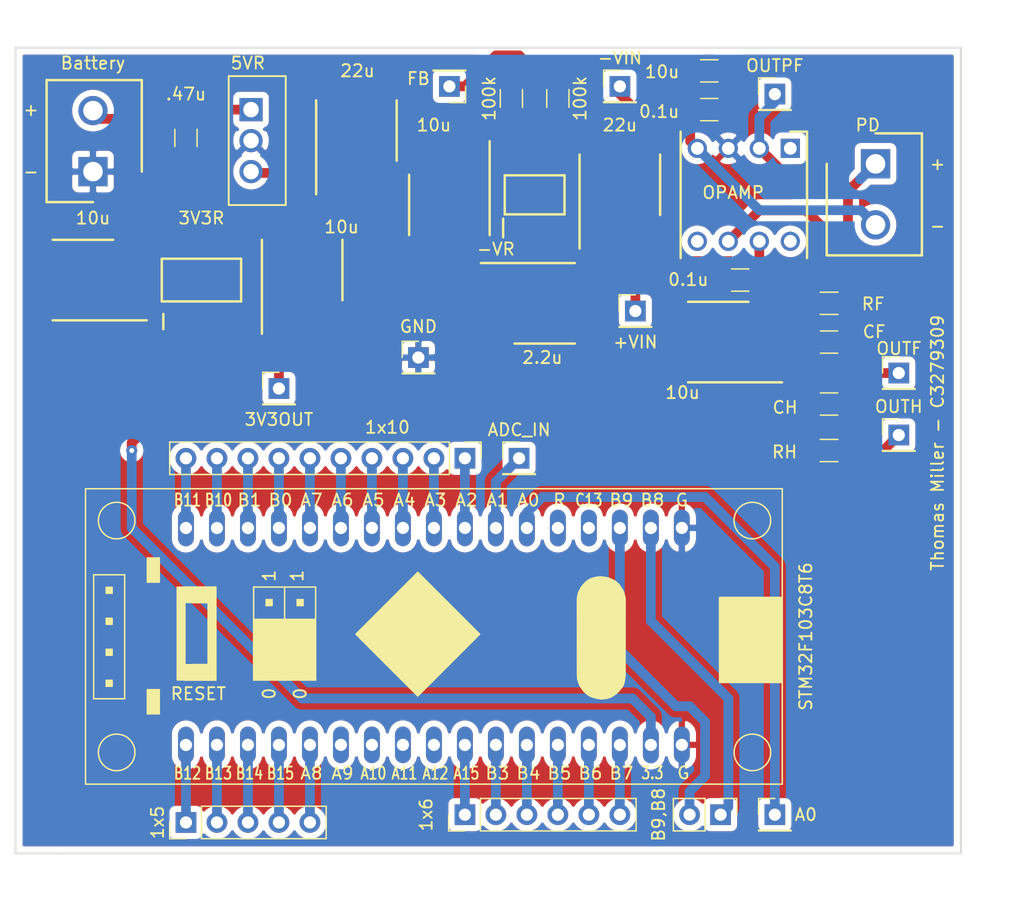
<source format=kicad_pcb>
(kicad_pcb (version 20171130) (host pcbnew "(5.1.7)-1")
  (layers (0 F.Cu signal) (31 B.Cu signal) (34 B.Paste user) (35 F.Paste user) (36 B.SilkS user) (37 F.SilkS user) (38 B.Mask user) (39 F.Mask user hide) (44 Edge.Cuts user))
  (net 0 "")
  (net 1 GND)
  (net 2 "Net-(.47u1-Pad2)")
  (net 3 "Net-(10u2-Pad1)")
  (net 4 "Net-(CF1-Pad2)")
  (net 5 "Net-(CF1-Pad1)")
  (net 6 "Net-(CH1-Pad1)")
  (net 7 "Net-(ADC_IN1-Pad1)")
  (net 8 "Net-(1x6-Pad1)")
  (net 9 "Net-(1x6-Pad2)")
  (net 10 "Net-(1x6-Pad3)")
  (net 11 "Net-(1x6-Pad4)")
  (net 12 "Net-(1x6-Pad5)")
  (net 13 "Net-(1x6-Pad6)")
  (net 14 "Net-(1x10-Pad1)")
  (net 15 "Net-(1x10-Pad2)")
  (net 16 "Net-(1x10-Pad3)")
  (net 17 "Net-(1x10-Pad4)")
  (net 18 "Net-(1x10-Pad5)")
  (net 19 "Net-(1x10-Pad6)")
  (net 20 "Net-(1x10-Pad7)")
  (net 21 "Net-(1x10-Pad8)")
  (net 22 "Net-(1x10-Pad9)")
  (net 23 "Net-(1x10-Pad10)")
  (net 24 "Net-(A0-Pad1)")
  (net 25 "Net-(B9,B8-Pad1)")
  (net 26 "Net-(B9,B8-Pad2)")
  (net 27 "Net-(1x5-Pad5)")
  (net 28 "Net-(1x5-Pad4)")
  (net 29 "Net-(1x5-Pad3)")
  (net 30 "Net-(1x5-Pad2)")
  (net 31 "Net-(1x5-Pad1)")
  (net 32 "Net-(+VIN1-Pad1)")
  (net 33 "Net-(-VIN1-Pad1)")
  (net 34 "Net-(100k1-Pad2)")
  (net 35 "Net-(2.2u1-Pad1)")
  (net 36 "Net-(2.2u1-Pad2)")
  (module SamacSys_Parts:SHDR2W100P0X500_1X2_1000X780X1030P (layer F.Cu) (at 168.275 48.895 270)
    (fp_text reference PD (at -3.175 0.635 180) (layer F.SilkS))
    (fp_text value TB003-500-P02BE hide)
    (pad 1 thru_hole rect (at 0 0 270) (size 2.4 2.4) (drill 1.6) (layers *.Cu *.Mask) (net 5 "Net-(CF1-Pad1)"))
    (pad 2 thru_hole circle (at 5 0 270) (size 2.4 2.4) (drill 1.6) (layers *.Cu *.Mask) (net 33 "Net-(-VIN1-Pad1)"))
  )
  (module Connector_PinHeader_2.54mm:PinHeader_1x05_P2.54mm_Vertical (layer F.Cu) (at 111.76 102.87 90)
    (fp_text reference 1x5 (at 0 -2.33 90) (layer F.SilkS))
    (fp_text value Conn_01x05_Male)
    (pad 1 thru_hole rect (at 0 0 90) (size 1.7 1.7) (drill 1) (layers *.Cu *.Mask) (net 31 "Net-(1x5-Pad1)"))
    (pad 2 thru_hole oval (at 0 2.54 90) (size 1.7 1.7) (drill 1) (layers *.Cu *.Mask) (net 30 "Net-(1x5-Pad2)"))
    (pad 3 thru_hole oval (at 0 5.08 90) (size 1.7 1.7) (drill 1) (layers *.Cu *.Mask) (net 29 "Net-(1x5-Pad3)"))
    (pad 4 thru_hole oval (at 0 7.62 90) (size 1.7 1.7) (drill 1) (layers *.Cu *.Mask) (net 28 "Net-(1x5-Pad4)"))
    (pad 5 thru_hole oval (at 0 10.16 90) (size 1.7 1.7) (drill 1) (layers *.Cu *.Mask) (net 27 "Net-(1x5-Pad5)"))
  )
  (module SamacSys_Parts:TO254P470X1016X2222-3P (layer F.Cu) (at 118.11 49.53 270)
    (fp_text reference 5VR (at -8.89 1.27 180) (layer F.SilkS))
    (fp_text value LM2940CT-5.0 hide)
    (pad 1 thru_hole rect (at -5.08 1.016 270) (size 1.905 1.905) (drill 1.27) (layers *.Cu *.Mask) (net 2 "Net-(.47u1-Pad2)"))
    (pad 2 thru_hole circle (at -2.54 1.016 270) (size 1.905 1.905) (drill 1.27) (layers *.Cu *.Mask) (net 1 GND))
    (pad 3 thru_hole circle (at 0 1.016 270) (size 1.905 1.905) (drill 1.27) (layers *.Cu *.Mask) (net 32 "Net-(+VIN1-Pad1)"))
  )
  (module "STM32 Black Pill:YAAJ_BlackPill" (layer F.Cu) (at 111.76 96.52)
    (fp_text reference STM32F103C8T6 (at 50.8 -8.89 270) (layer F.SilkS))
    (fp_text value BlackPill_1 hide)
    (fp_text user G (at 40.64 -20.066) (layer F.SilkS))
    (fp_text user R (at 30.607 -20.066) (layer F.SilkS))
    (fp_text user B11 (at 0.127 -20.066) (layer F.SilkS) (effects (font (size 1 0.762))))
    (fp_text user B10 (at 2.667 -20.066) (layer F.SilkS) (effects (font (size 1 0.762))))
    (fp_text user B1 (at 5.207 -20.066) (layer F.SilkS))
    (fp_text user B0 (at 7.747 -20.066) (layer F.SilkS))
    (fp_text user A7 (at 10.287 -20.066) (layer F.SilkS))
    (fp_text user A6 (at 12.827 -20.066) (layer F.SilkS))
    (fp_text user A5 (at 15.367 -20.066) (layer F.SilkS))
    (fp_text user A4 (at 17.907 -20.066) (layer F.SilkS))
    (fp_text user A3 (at 20.447 -20.066) (layer F.SilkS))
    (fp_text user A2 (at 22.987 -20.066) (layer F.SilkS))
    (fp_text user A1 (at 25.527 -20.066) (layer F.SilkS))
    (fp_text user A0 (at 28.067 -20.066) (layer F.SilkS))
    (fp_text user C13 (at 33.02 -20.066) (layer F.SilkS) (effects (font (size 1 0.762))))
    (fp_text user B12 (at 0.127 2.317) (layer F.SilkS) (effects (font (size 1 0.762))))
    (fp_text user B13 (at 2.667 2.317) (layer F.SilkS) (effects (font (size 1 0.762))))
    (fp_text user B14 (at 5.207 2.317) (layer F.SilkS) (effects (font (size 1 0.762))))
    (fp_text user B15 (at 7.747 2.317) (layer F.SilkS) (effects (font (size 1 0.762))))
    (fp_text user A8 (at 10.287 2.317) (layer F.SilkS))
    (fp_text user A9 (at 12.827 2.317) (layer F.SilkS))
    (fp_text user A10 (at 15.367 2.317) (layer F.SilkS) (effects (font (size 1 0.762))))
    (fp_text user A11 (at 17.907 2.317) (layer F.SilkS) (effects (font (size 1 0.762))))
    (fp_text user A12 (at 20.447 2.317) (layer F.SilkS) (effects (font (size 1 0.762))))
    (fp_text user A15 (at 22.987 2.317) (layer F.SilkS) (effects (font (size 1 0.762))))
    (fp_text user B3 (at 25.527 2.317) (layer F.SilkS))
    (fp_text user B4 (at 28.067 2.317) (layer F.SilkS))
    (fp_text user B5 (at 30.607 2.317) (layer F.SilkS))
    (fp_text user B6 (at 33.147 2.317) (layer F.SilkS))
    (fp_text user B7 (at 35.687 2.317) (layer F.SilkS))
    (fp_text user B8 (at 38.227 -20.066) (layer F.SilkS))
    (fp_text user B9 (at 35.687 -20.066) (layer F.SilkS))
    (fp_text user 3.3 (at 38.227 2.286) (layer F.SilkS) (effects (font (size 1 0.762))))
    (fp_text user G (at 40.767 2.286) (layer F.SilkS))
    (fp_text user 0 (at 6.824 -4.204 90) (layer F.SilkS))
    (fp_text user 0 (at 9.364 -4.204 90) (layer F.SilkS))
    (fp_text user 1 (at 6.824 -13.856 90) (layer F.SilkS))
    (fp_text user 1 (at 9.11 -13.856 90) (layer F.SilkS))
    (fp_text user RESET (at 1.016 -4.191) (layer F.SilkS))
    (pad 17 thru_hole oval (at 40.64 -0.00762) (size 1.3 3) (drill 1) (layers *.Cu *.Mask) (net 1 GND))
    (pad 18 thru_hole oval (at 40.64 -17.78762) (size 1.3 3) (drill 1) (layers *.Cu *.Mask) (net 1 GND))
    (pad 16 thru_hole oval (at 38.1 0) (size 1.3 3) (drill 1) (layers *.Cu *.Mask) (net 3 "Net-(10u2-Pad1)"))
    (pad 19 thru_hole oval (at 38.1 -17.78) (size 1.3 3) (drill 1) (layers *.Cu *.Mask) (net 25 "Net-(B9,B8-Pad1)"))
    (pad 15 thru_hole oval (at 35.56 0) (size 1.3 3) (drill 1) (layers *.Cu *.Mask) (net 13 "Net-(1x6-Pad6)"))
    (pad 20 thru_hole oval (at 35.56 -17.78) (size 1.3 3) (drill 1) (layers *.Cu *.Mask) (net 26 "Net-(B9,B8-Pad2)"))
    (pad 14 thru_hole oval (at 33.02 -0.00762) (size 1.3 3) (drill 1) (layers *.Cu *.Mask) (net 12 "Net-(1x6-Pad5)"))
    (pad 21 thru_hole oval (at 33.02 -17.78) (size 1.3 3) (drill 1) (layers *.Cu *.Mask))
    (pad 13 thru_hole oval (at 30.48 -0.00762) (size 1.3 3) (drill 1) (layers *.Cu *.Mask) (net 11 "Net-(1x6-Pad4)"))
    (pad 22 thru_hole oval (at 30.48 -17.78) (size 1.3 3) (drill 1) (layers *.Cu *.Mask))
    (pad 12 thru_hole oval (at 27.94 0) (size 1.3 3) (drill 1) (layers *.Cu *.Mask) (net 10 "Net-(1x6-Pad3)"))
    (pad 23 thru_hole oval (at 27.94 -17.78) (size 1.3 3) (drill 1) (layers *.Cu *.Mask) (net 24 "Net-(A0-Pad1)"))
    (pad 11 thru_hole oval (at 25.4 -0.00762) (size 1.3 3) (drill 1) (layers *.Cu *.Mask) (net 9 "Net-(1x6-Pad2)"))
    (pad 24 thru_hole oval (at 25.4 -17.78) (size 1.3 3) (drill 1) (layers *.Cu *.Mask) (net 7 "Net-(ADC_IN1-Pad1)"))
    (pad 10 thru_hole oval (at 22.86 0) (size 1.3 3) (drill 1) (layers *.Cu *.Mask) (net 8 "Net-(1x6-Pad1)"))
    (pad 25 thru_hole oval (at 22.86 -17.78762) (size 1.3 3) (drill 1) (layers *.Cu *.Mask) (net 14 "Net-(1x10-Pad1)"))
    (pad 9 thru_hole oval (at 20.32 -0.00762) (size 1.3 3) (drill 1) (layers *.Cu *.Mask))
    (pad 26 thru_hole oval (at 20.32 -17.78762) (size 1.3 3) (drill 1) (layers *.Cu *.Mask) (net 15 "Net-(1x10-Pad2)"))
    (pad 8 thru_hole oval (at 17.78 -0.00762) (size 1.3 3) (drill 1) (layers *.Cu *.Mask))
    (pad 27 thru_hole oval (at 17.78 -17.78762) (size 1.3 3) (drill 1) (layers *.Cu *.Mask) (net 16 "Net-(1x10-Pad3)"))
    (pad 7 thru_hole oval (at 15.24 -0.00762) (size 1.3 3) (drill 1) (layers *.Cu *.Mask))
    (pad 28 thru_hole oval (at 15.24 -17.78762) (size 1.3 3) (drill 1) (layers *.Cu *.Mask) (net 17 "Net-(1x10-Pad4)"))
    (pad 6 thru_hole oval (at 12.7 -0.00762) (size 1.3 3) (drill 1) (layers *.Cu *.Mask))
    (pad 29 thru_hole oval (at 12.7 -17.78) (size 1.3 3) (drill 1) (layers *.Cu *.Mask) (net 18 "Net-(1x10-Pad5)"))
    (pad 5 thru_hole oval (at 10.16 -0.00762) (size 1.3 3) (drill 1) (layers *.Cu *.Mask) (net 27 "Net-(1x5-Pad5)"))
    (pad 30 thru_hole oval (at 10.16 -17.78762) (size 1.3 3) (drill 1) (layers *.Cu *.Mask) (net 19 "Net-(1x10-Pad6)"))
    (pad 4 thru_hole oval (at 7.62 0) (size 1.3 3) (drill 1) (layers *.Cu *.Mask) (net 28 "Net-(1x5-Pad4)"))
    (pad 31 thru_hole oval (at 7.62 -17.78762) (size 1.3 3) (drill 1) (layers *.Cu *.Mask) (net 20 "Net-(1x10-Pad7)"))
    (pad 3 thru_hole oval (at 5.08 -0.00762) (size 1.3 3) (drill 1) (layers *.Cu *.Mask) (net 29 "Net-(1x5-Pad3)"))
    (pad 32 thru_hole oval (at 5.08 -17.78) (size 1.3 3) (drill 1) (layers *.Cu *.Mask) (net 21 "Net-(1x10-Pad8)"))
    (pad 2 thru_hole oval (at 2.54 -0.00762) (size 1.3 3) (drill 1) (layers *.Cu *.Mask) (net 30 "Net-(1x5-Pad2)"))
    (pad 33 thru_hole oval (at 2.54 -17.78) (size 1.3 3) (drill 1) (layers *.Cu *.Mask) (net 22 "Net-(1x10-Pad9)"))
    (pad 1 thru_hole oval (at 0 0) (size 1.3 3) (drill 1) (layers *.Cu *.Mask) (net 31 "Net-(1x5-Pad1)"))
    (pad 34 thru_hole oval (at 0 -17.78) (size 1.3 3) (drill 1) (layers *.Cu *.Mask) (net 23 "Net-(1x10-Pad10)"))
  )
  (module SamacSys_Parts:CAPAE660X530N (layer F.Cu) (at 104.14 58.42 180)
    (fp_text reference 10u (at 0 5.08) (layer F.SilkS))
    (fp_text value UCQ1V220MCL1GB hide)
    (pad 2 smd rect (at 2.65 0 270) (size 1.85 3.5) (layers F.Cu F.Paste F.Mask) (net 1 GND))
    (pad 1 smd rect (at -2.65 0 270) (size 1.85 3.5) (layers F.Cu F.Paste F.Mask) (net 2 "Net-(.47u1-Pad2)"))
  )
  (module SamacSys_Parts:CAPAE660X530N (layer F.Cu) (at 125.73 46.99 90)
    (fp_text reference 22u (at 5.72 0.09 180) (layer F.SilkS))
    (fp_text value UCQ1V220MCL1GB hide)
    (pad 1 smd rect (at -2.65 0 180) (size 1.85 3.5) (layers F.Cu F.Paste F.Mask) (net 32 "Net-(+VIN1-Pad1)"))
    (pad 2 smd rect (at 2.65 0 180) (size 1.85 3.5) (layers F.Cu F.Paste F.Mask) (net 1 GND))
  )
  (module SamacSys_Parts:CAPAE660X530N (layer F.Cu) (at 121.285 58.42 90)
    (fp_text reference 10u (at 4.35 3.235 180) (layer F.SilkS))
    (fp_text value UCQ1V220MCL1GB hide)
    (pad 1 smd rect (at -2.65 0 180) (size 1.85 3.5) (layers F.Cu F.Paste F.Mask) (net 3 "Net-(10u2-Pad1)"))
    (pad 2 smd rect (at 2.65 0 180) (size 1.85 3.5) (layers F.Cu F.Paste F.Mask) (net 1 GND))
  )
  (module SamacSys_Parts:SOT230P700X180-4N (layer F.Cu) (at 113.03 58.42 90)
    (fp_text reference 3V3R (at 5.08 0 180) (layer F.SilkS))
    (fp_text value NCP1117ST33T3G hide)
    (pad 1 smd rect (at -3.4 -2.3 180) (size 0.95 1.25) (layers F.Cu F.Paste F.Mask) (net 1 GND))
    (pad 2 smd rect (at -3.4 0 180) (size 0.95 1.25) (layers F.Cu F.Paste F.Mask) (net 3 "Net-(10u2-Pad1)"))
    (pad 3 smd rect (at -3.4 2.3 180) (size 0.95 1.25) (layers F.Cu F.Paste F.Mask) (net 2 "Net-(.47u1-Pad2)"))
    (pad 4 smd rect (at 3.4 0 90) (size 1.25 3.2) (layers F.Cu F.Paste F.Mask))
  )
  (module SamacSys_Parts:SHDR2W100P0X500_1X2_1000X780X1030P (layer F.Cu) (at 104.14 49.53 90)
    (fp_text reference Battery (at 8.89 0 180) (layer F.SilkS))
    (fp_text value TB003-500-P02BE hide)
    (pad 1 thru_hole rect (at 0 0 90) (size 2.4 2.4) (drill 1.6) (layers *.Cu *.Mask) (net 1 GND))
    (pad 2 thru_hole circle (at 5 0 90) (size 2.4 2.4) (drill 1.6) (layers *.Cu *.Mask) (net 2 "Net-(.47u1-Pad2)"))
  )
  (module Connector_PinHeader_2.54mm:PinHeader_1x01_P2.54mm_Vertical (layer F.Cu) (at 139.065 73.025)
    (fp_text reference ADC_IN (at 0 -2.33) (layer F.SilkS))
    (fp_text value Conn_01x01_Male)
    (pad 1 thru_hole rect (at 0 0) (size 1.7 1.7) (drill 1) (layers *.Cu *.Mask) (net 7 "Net-(ADC_IN1-Pad1)"))
  )
  (module Connector_PinHeader_2.54mm:PinHeader_1x01_P2.54mm_Vertical (layer F.Cu) (at 160.02 102.235)
    (fp_text reference A0 (at 2.54 0 180) (layer F.SilkS))
    (fp_text value Conn_01x01_Male)
    (pad 1 thru_hole rect (at 0 0) (size 1.7 1.7) (drill 1) (layers *.Cu *.Mask) (net 24 "Net-(A0-Pad1)"))
  )
  (module Connector_PinHeader_2.54mm:PinHeader_1x06_P2.54mm_Vertical (layer F.Cu) (at 134.62 102.235 90)
    (fp_text reference 1x6 (at 0 -3.175 90) (layer F.SilkS))
    (fp_text value Conn_01x06_Male)
    (pad 1 thru_hole rect (at 0 0 90) (size 1.7 1.7) (drill 1) (layers *.Cu *.Mask) (net 8 "Net-(1x6-Pad1)"))
    (pad 2 thru_hole oval (at 0 2.54 90) (size 1.7 1.7) (drill 1) (layers *.Cu *.Mask) (net 9 "Net-(1x6-Pad2)"))
    (pad 3 thru_hole oval (at 0 5.08 90) (size 1.7 1.7) (drill 1) (layers *.Cu *.Mask) (net 10 "Net-(1x6-Pad3)"))
    (pad 4 thru_hole oval (at 0 7.62 90) (size 1.7 1.7) (drill 1) (layers *.Cu *.Mask) (net 11 "Net-(1x6-Pad4)"))
    (pad 5 thru_hole oval (at 0 10.16 90) (size 1.7 1.7) (drill 1) (layers *.Cu *.Mask) (net 12 "Net-(1x6-Pad5)"))
    (pad 6 thru_hole oval (at 0 12.7 90) (size 1.7 1.7) (drill 1) (layers *.Cu *.Mask) (net 13 "Net-(1x6-Pad6)"))
  )
  (module Connector_PinHeader_2.54mm:PinHeader_1x10_P2.54mm_Vertical (layer F.Cu) (at 134.62 73.025 270)
    (fp_text reference 1x10 (at -2.54 6.35 180) (layer F.SilkS))
    (fp_text value Conn_01x10_Male)
    (pad 1 thru_hole rect (at 0 0 270) (size 1.7 1.7) (drill 1) (layers *.Cu *.Mask) (net 14 "Net-(1x10-Pad1)"))
    (pad 2 thru_hole oval (at 0 2.54 270) (size 1.7 1.7) (drill 1) (layers *.Cu *.Mask) (net 15 "Net-(1x10-Pad2)"))
    (pad 3 thru_hole oval (at 0 5.08 270) (size 1.7 1.7) (drill 1) (layers *.Cu *.Mask) (net 16 "Net-(1x10-Pad3)"))
    (pad 4 thru_hole oval (at 0 7.62 270) (size 1.7 1.7) (drill 1) (layers *.Cu *.Mask) (net 17 "Net-(1x10-Pad4)"))
    (pad 5 thru_hole oval (at 0 10.16 270) (size 1.7 1.7) (drill 1) (layers *.Cu *.Mask) (net 18 "Net-(1x10-Pad5)"))
    (pad 6 thru_hole oval (at 0 12.7 270) (size 1.7 1.7) (drill 1) (layers *.Cu *.Mask) (net 19 "Net-(1x10-Pad6)"))
    (pad 7 thru_hole oval (at 0 15.24 270) (size 1.7 1.7) (drill 1) (layers *.Cu *.Mask) (net 20 "Net-(1x10-Pad7)"))
    (pad 8 thru_hole oval (at 0 17.78 270) (size 1.7 1.7) (drill 1) (layers *.Cu *.Mask) (net 21 "Net-(1x10-Pad8)"))
    (pad 9 thru_hole oval (at 0 20.32 270) (size 1.7 1.7) (drill 1) (layers *.Cu *.Mask) (net 22 "Net-(1x10-Pad9)"))
    (pad 10 thru_hole oval (at 0 22.86 270) (size 1.7 1.7) (drill 1) (layers *.Cu *.Mask) (net 23 "Net-(1x10-Pad10)"))
  )
  (module Connector_PinHeader_2.54mm:PinHeader_1x02_P2.54mm_Vertical (layer F.Cu) (at 155.575 102.235 270)
    (fp_text reference B9,B8 (at 0 5.08 90) (layer F.SilkS))
    (fp_text value Conn_01x02_Male)
    (pad 1 thru_hole rect (at 0 0 270) (size 1.7 1.7) (drill 1) (layers *.Cu *.Mask) (net 25 "Net-(B9,B8-Pad1)"))
    (pad 2 thru_hole oval (at 0 2.54 270) (size 1.7 1.7) (drill 1) (layers *.Cu *.Mask) (net 26 "Net-(B9,B8-Pad2)"))
  )
  (module Connector_PinHeader_2.54mm:PinHeader_1x01_P2.54mm_Vertical (layer F.Cu) (at 170.18 71.12)
    (fp_text reference OUTH (at 0 -2.33) (layer F.SilkS))
    (fp_text value Conn_01x01_Male)
    (pad 1 thru_hole rect (at 0 0) (size 1.7 1.7) (drill 1) (layers *.Cu *.Mask) (net 6 "Net-(CH1-Pad1)"))
  )
  (module Connector_PinHeader_2.54mm:PinHeader_1x01_P2.54mm_Vertical (layer F.Cu) (at 130.81 64.77)
    (fp_text reference GND (at 0 -2.54) (layer F.SilkS))
    (fp_text value Conn_01x01_Male)
    (pad 1 thru_hole rect (at 0 0) (size 1.7 1.7) (drill 1) (layers *.Cu *.Mask) (net 1 GND))
  )
  (module Connector_PinHeader_2.54mm:PinHeader_1x01_P2.54mm_Vertical (layer F.Cu) (at 170.18 66.04)
    (fp_text reference OUTF (at 0.02 -2.01) (layer F.SilkS))
    (fp_text value Conn_01x01_Male)
    (pad 1 thru_hole rect (at 0 0) (size 1.7 1.7) (drill 1) (layers *.Cu *.Mask) (net 4 "Net-(CF1-Pad2)"))
  )
  (module Connector_PinHeader_2.54mm:PinHeader_1x01_P2.54mm_Vertical (layer F.Cu) (at 148.59 60.96)
    (fp_text reference +VIN (at 0 2.54) (layer F.SilkS))
    (fp_text value Conn_01x01_Male)
    (pad 1 thru_hole rect (at 0 0) (size 1.7 1.7) (drill 1) (layers *.Cu *.Mask) (net 32 "Net-(+VIN1-Pad1)"))
  )
  (module Connector_PinHeader_2.54mm:PinHeader_1x01_P2.54mm_Vertical (layer F.Cu) (at 147.32 42.545)
    (fp_text reference -VIN (at 0 -2.33) (layer F.SilkS))
    (fp_text value Conn_01x01_Male)
    (pad 1 thru_hole rect (at 0 0) (size 1.7 1.7) (drill 1) (layers *.Cu *.Mask) (net 33 "Net-(-VIN1-Pad1)"))
  )
  (module Capacitor_SMD:C_1206_3216Metric_Pad1.33x1.80mm_HandSolder (layer F.Cu) (at 111.76 46.7725 90)
    (fp_text reference .47u (at 3.5925 0 180) (layer F.SilkS))
    (fp_text value C)
    (pad 2 smd roundrect (at 1.5625 0 90) (size 1.325 1.8) (layers F.Cu F.Paste F.Mask) (roundrect_rratio 0.1886784905660377) (net 2 "Net-(.47u1-Pad2)"))
    (pad 1 smd roundrect (at -1.5625 0 90) (size 1.325 1.8) (layers F.Cu F.Paste F.Mask) (roundrect_rratio 0.1886784905660377) (net 1 GND))
  )
  (module Capacitor_SMD:C_1206_3216Metric_Pad1.33x1.80mm_HandSolder (layer F.Cu) (at 157.1875 58.42 180)
    (fp_text reference 0.1u (at 4.2575 0.04) (layer F.SilkS))
    (fp_text value C)
    (pad 1 smd roundrect (at -1.5625 0 180) (size 1.325 1.8) (layers F.Cu F.Paste F.Mask) (roundrect_rratio 0.1886784905660377) (net 32 "Net-(+VIN1-Pad1)"))
    (pad 2 smd roundrect (at 1.5625 0 180) (size 1.325 1.8) (layers F.Cu F.Paste F.Mask) (roundrect_rratio 0.1886784905660377) (net 1 GND))
  )
  (module Capacitor_SMD:C_1206_3216Metric_Pad1.33x1.80mm_HandSolder (layer F.Cu) (at 154.6475 44.45 180)
    (fp_text reference 0.1u (at 4.1075 -0.16) (layer F.SilkS))
    (fp_text value C)
    (pad 2 smd roundrect (at 1.5625 0 180) (size 1.325 1.8) (layers F.Cu F.Paste F.Mask) (roundrect_rratio 0.1886784905660377) (net 33 "Net-(-VIN1-Pad1)"))
    (pad 1 smd roundrect (at -1.5625 0 180) (size 1.325 1.8) (layers F.Cu F.Paste F.Mask) (roundrect_rratio 0.1886784905660377) (net 1 GND))
  )
  (module Resistor_SMD:R_1206_3216Metric_Pad1.30x1.75mm_HandSolder (layer F.Cu) (at 138.43 43.535 90)
    (fp_text reference 100k (at 0 -1.82 90) (layer F.SilkS))
    (fp_text value R)
    (pad 2 smd roundrect (at 1.55 0 90) (size 1.3 1.75) (layers F.Cu F.Paste F.Mask) (roundrect_rratio 0.1923076923076923) (net 34 "Net-(100k1-Pad2)"))
    (pad 1 smd roundrect (at -1.55 0 90) (size 1.3 1.75) (layers F.Cu F.Paste F.Mask) (roundrect_rratio 0.1923076923076923) (net 32 "Net-(+VIN1-Pad1)"))
  )
  (module Resistor_SMD:R_1206_3216Metric_Pad1.30x1.75mm_HandSolder (layer F.Cu) (at 142.24 43.535 270)
    (fp_text reference 100k (at 0 -1.82 90) (layer F.SilkS))
    (fp_text value R)
    (pad 1 smd roundrect (at -1.55 0 270) (size 1.3 1.75) (layers F.Cu F.Paste F.Mask) (roundrect_rratio 0.1923076923076923) (net 34 "Net-(100k1-Pad2)"))
    (pad 2 smd roundrect (at 1.55 0 270) (size 1.3 1.75) (layers F.Cu F.Paste F.Mask) (roundrect_rratio 0.1923076923076923) (net 33 "Net-(-VIN1-Pad1)"))
  )
  (module SamacSys_Parts:CAPAE660X530N (layer F.Cu) (at 133.35 51.435 270)
    (fp_text reference 10u (at -5.715 1.27 180) (layer F.SilkS))
    (fp_text value UCQ1V220MCL1GB hide)
    (pad 2 smd rect (at 2.65 0) (size 1.85 3.5) (layers F.Cu F.Paste F.Mask) (net 1 GND))
    (pad 1 smd rect (at -2.65 0) (size 1.85 3.5) (layers F.Cu F.Paste F.Mask) (net 32 "Net-(+VIN1-Pad1)"))
  )
  (module SamacSys_Parts:CAPAE660X530N (layer F.Cu) (at 156.21 63.5 180)
    (fp_text reference 10u (at 3.75 -4.14) (layer F.SilkS))
    (fp_text value UCQ1V220MCL1GB hide)
    (pad 1 smd rect (at -2.65 0 270) (size 1.85 3.5) (layers F.Cu F.Paste F.Mask) (net 32 "Net-(+VIN1-Pad1)"))
    (pad 2 smd rect (at 2.65 0 270) (size 1.85 3.5) (layers F.Cu F.Paste F.Mask) (net 1 GND))
  )
  (module Capacitor_SMD:C_1206_3216Metric_Pad1.33x1.80mm_HandSolder (layer F.Cu) (at 154.6475 41.275 180)
    (fp_text reference 10u (at 3.8675 -0.075) (layer F.SilkS))
    (fp_text value C)
    (pad 1 smd roundrect (at -1.5625 0 180) (size 1.325 1.8) (layers F.Cu F.Paste F.Mask) (roundrect_rratio 0.1886784905660377) (net 1 GND))
    (pad 2 smd roundrect (at 1.5625 0 180) (size 1.325 1.8) (layers F.Cu F.Paste F.Mask) (roundrect_rratio 0.1886784905660377) (net 33 "Net-(-VIN1-Pad1)"))
  )
  (module SamacSys_Parts:CAPAE660X530N (layer F.Cu) (at 140.335 60.325)
    (fp_text reference 2.2u (at 0.635 4.445) (layer F.SilkS))
    (fp_text value UCQ1V220MCL1GB hide)
    (pad 1 smd rect (at -2.65 0 90) (size 1.85 3.5) (layers F.Cu F.Paste F.Mask) (net 35 "Net-(2.2u1-Pad1)"))
    (pad 2 smd rect (at 2.65 0 90) (size 1.85 3.5) (layers F.Cu F.Paste F.Mask) (net 36 "Net-(2.2u1-Pad2)"))
  )
  (module SamacSys_Parts:CAPAE660X530N (layer F.Cu) (at 147.32 51.435 90)
    (fp_text reference 22u (at 5.715 0 180) (layer F.SilkS))
    (fp_text value UCQ1V220MCL1GB hide)
    (pad 2 smd rect (at 2.65 0 180) (size 1.85 3.5) (layers F.Cu F.Paste F.Mask) (net 33 "Net-(-VIN1-Pad1)"))
    (pad 1 smd rect (at -2.65 0 180) (size 1.85 3.5) (layers F.Cu F.Paste F.Mask) (net 1 GND))
  )
  (module Connector_PinHeader_2.54mm:PinHeader_1x01_P2.54mm_Vertical (layer F.Cu) (at 119.38 67.31)
    (fp_text reference 3V3OUT (at 0 2.54) (layer F.SilkS))
    (fp_text value Conn_01x01_Male)
    (pad 1 thru_hole rect (at 0 0) (size 1.7 1.7) (drill 1) (layers *.Cu *.Mask) (net 3 "Net-(10u2-Pad1)"))
  )
  (module Capacitor_SMD:C_1206_3216Metric_Pad1.33x1.80mm_HandSolder (layer F.Cu) (at 164.465 63.5 180)
    (fp_text reference CF (at -3.695 0.84) (layer F.SilkS))
    (fp_text value C)
    (pad 2 smd roundrect (at 1.5625 0 180) (size 1.325 1.8) (layers F.Cu F.Paste F.Mask) (roundrect_rratio 0.1886784905660377) (net 4 "Net-(CF1-Pad2)"))
    (pad 1 smd roundrect (at -1.5625 0 180) (size 1.325 1.8) (layers F.Cu F.Paste F.Mask) (roundrect_rratio 0.1886784905660377) (net 5 "Net-(CF1-Pad1)"))
  )
  (module Capacitor_SMD:C_1206_3216Metric_Pad1.33x1.80mm_HandSolder (layer F.Cu) (at 164.465 68.58 180)
    (fp_text reference CH (at 3.605 -0.28) (layer F.SilkS))
    (fp_text value C)
    (pad 1 smd roundrect (at -1.5625 0 180) (size 1.325 1.8) (layers F.Cu F.Paste F.Mask) (roundrect_rratio 0.1886784905660377) (net 6 "Net-(CH1-Pad1)"))
    (pad 2 smd roundrect (at 1.5625 0 180) (size 1.325 1.8) (layers F.Cu F.Paste F.Mask) (roundrect_rratio 0.1886784905660377) (net 4 "Net-(CF1-Pad2)"))
  )
  (module Connector_PinHeader_2.54mm:PinHeader_1x01_P2.54mm_Vertical (layer F.Cu) (at 133.35 42.545 180)
    (fp_text reference FB (at 2.54 0.635) (layer F.SilkS))
    (fp_text value Conn_01x01_Male)
    (pad 1 thru_hole rect (at 0 0 180) (size 1.7 1.7) (drill 1) (layers *.Cu *.Mask) (net 34 "Net-(100k1-Pad2)"))
  )
  (module SamacSys_Parts:SOIC127P600X175-8N (layer F.Cu) (at 140.335 51.435 90)
    (fp_text reference -VR (at -4.445 -3.175 180) (layer F.SilkS))
    (fp_text value MAX1673ESA+ hide)
    (pad 1 smd rect (at -2.712 -1.905 180) (size 0.65 1.525) (layers F.Cu F.Paste F.Mask) (net 1 GND))
    (pad 2 smd rect (at -2.712 -0.635 180) (size 0.65 1.525) (layers F.Cu F.Paste F.Mask) (net 35 "Net-(2.2u1-Pad1)"))
    (pad 3 smd rect (at -2.712 0.635 180) (size 0.65 1.525) (layers F.Cu F.Paste F.Mask) (net 36 "Net-(2.2u1-Pad2)"))
    (pad 4 smd rect (at -2.712 1.905 180) (size 0.65 1.525) (layers F.Cu F.Paste F.Mask) (net 32 "Net-(+VIN1-Pad1)"))
    (pad 5 smd rect (at 2.712 1.905 180) (size 0.65 1.525) (layers F.Cu F.Paste F.Mask) (net 33 "Net-(-VIN1-Pad1)"))
    (pad 6 smd rect (at 2.712 0.635 180) (size 0.65 1.525) (layers F.Cu F.Paste F.Mask) (net 34 "Net-(100k1-Pad2)"))
    (pad 7 smd rect (at 2.712 -0.635 180) (size 0.65 1.525) (layers F.Cu F.Paste F.Mask) (net 1 GND))
    (pad 8 smd rect (at 2.712 -1.905 180) (size 0.65 1.525) (layers F.Cu F.Paste F.Mask) (net 32 "Net-(+VIN1-Pad1)"))
  )
  (module SamacSys_Parts:DIPS762W61P254L1016H525Q8N (layer F.Cu) (at 161.29 47.625 270)
    (fp_text reference OPAMP (at 3.625 4.68 180) (layer F.SilkS))
    (fp_text value AD8055ANZ hide)
    (pad 8 thru_hole circle (at 7.62 0 270) (size 1.575 1.575) (drill 1.05) (layers *.Cu *.Mask))
    (pad 7 thru_hole circle (at 7.62 2.54 270) (size 1.575 1.575) (drill 1.05) (layers *.Cu *.Mask) (net 32 "Net-(+VIN1-Pad1)"))
    (pad 6 thru_hole circle (at 7.62 5.08 270) (size 1.575 1.575) (drill 1.05) (layers *.Cu *.Mask) (net 4 "Net-(CF1-Pad2)"))
    (pad 5 thru_hole circle (at 7.62 7.62 270) (size 1.575 1.575) (drill 1.05) (layers *.Cu *.Mask))
    (pad 4 thru_hole circle (at 0 7.62 270) (size 1.575 1.575) (drill 1.05) (layers *.Cu *.Mask) (net 33 "Net-(-VIN1-Pad1)"))
    (pad 3 thru_hole circle (at 0 5.08 270) (size 1.575 1.575) (drill 1.05) (layers *.Cu *.Mask) (net 1 GND))
    (pad 2 thru_hole circle (at 0 2.54 270) (size 1.575 1.575) (drill 1.05) (layers *.Cu *.Mask) (net 5 "Net-(CF1-Pad1)"))
    (pad 1 thru_hole rect (at 0 0 270) (size 1.575 1.575) (drill 1.05) (layers *.Cu *.Mask))
  )
  (module Connector_PinHeader_2.54mm:PinHeader_1x01_P2.54mm_Vertical (layer F.Cu) (at 160.02 43.18)
    (fp_text reference OUTPF (at 0 -2.33) (layer F.SilkS))
    (fp_text value Conn_01x01_Male)
    (pad 1 thru_hole rect (at 0 0) (size 1.7 1.7) (drill 1) (layers *.Cu *.Mask) (net 5 "Net-(CF1-Pad1)"))
  )
  (module Resistor_SMD:R_1206_3216Metric_Pad1.30x1.75mm_HandSolder (layer F.Cu) (at 164.465 60.325 180)
    (fp_text reference RF (at -3.615 -0.055) (layer F.SilkS))
    (fp_text value R)
    (pad 1 smd roundrect (at -1.55 0 180) (size 1.3 1.75) (layers F.Cu F.Paste F.Mask) (roundrect_rratio 0.1923076923076923) (net 5 "Net-(CF1-Pad1)"))
    (pad 2 smd roundrect (at 1.55 0 180) (size 1.3 1.75) (layers F.Cu F.Paste F.Mask) (roundrect_rratio 0.1923076923076923) (net 4 "Net-(CF1-Pad2)"))
  )
  (module Resistor_SMD:R_1206_3216Metric_Pad1.30x1.75mm_HandSolder (layer F.Cu) (at 164.465 72.39 180)
    (fp_text reference RH (at 3.645 -0.12) (layer F.SilkS))
    (fp_text value R)
    (pad 2 smd roundrect (at 1.55 0 180) (size 1.3 1.75) (layers F.Cu F.Paste F.Mask) (roundrect_rratio 0.1923076923076923) (net 1 GND))
    (pad 1 smd roundrect (at -1.55 0 180) (size 1.3 1.75) (layers F.Cu F.Paste F.Mask) (roundrect_rratio 0.1923076923076923) (net 6 "Net-(CH1-Pad1)"))
  )
  (gr_line (start 157.48 39.37) (end 97.79 39.37) (layer Edge.Cuts) (width 0.15))
  (gr_line (start 97.79 105.41) (end 97.79 39.37) (layer Edge.Cuts) (width 0.15))
  (gr_line (start 101.6 105.41) (end 97.79 105.41) (layer Edge.Cuts) (width 0.15))
  (gr_line (start 175.26 105.41) (end 101.6 105.41) (layer Edge.Cuts) (width 0.15))
  (gr_line (start 175.26 39.37) (end 175.26 105.41) (layer Edge.Cuts) (width 0.15))
  (gr_line (start 157.48 39.37) (end 175.26 39.37) (layer Edge.Cuts) (width 0.15))
  (gr_text + (at 99.06 44.45) (layer F.SilkS) (effects (font (size 1 1))))
  (gr_text - (at 99.06 49.53) (layer F.SilkS) (effects (font (size 1 1))))
  (gr_text - (at 173.355 53.975) (layer F.SilkS) (effects (font (size 1 1))))
  (gr_text + (at 173.355 48.895) (layer F.SilkS) (effects (font (size 1 1))))
  (gr_text "Thomas Miller - C3279309" (at 173.355 71.755 90) (layer F.SilkS) (effects (font (size 1 1))))
  (segment (start 104.14 49.53) (end 104.14 50.165) (width 0.8) (layer B.Cu) (net 1))
  (segment (start 143.61999 50.38499) (end 147.32 54.085) (width 0.8) (layer F.Cu) (net 1))
  (segment (start 140.374488 50.38499) (end 143.61999 50.38499) (width 0.8) (layer F.Cu) (net 1))
  (segment (start 139.7 49.710502) (end 140.374488 50.38499) (width 0.8) (layer F.Cu) (net 1))
  (segment (start 139.7 48.723) (end 139.7 49.710502) (width 0.8) (layer F.Cu) (net 1))
  (segment (start 115.33 60.72) (end 115.33 61.82) (width 0.8) (layer F.Cu) (net 2))
  (segment (start 116.554 44.99) (end 117.094 44.45) (width 0.8) (layer F.Cu) (net 2))
  (segment (start 111.56 45.085) (end 111.76 45.285) (width 0.8) (layer F.Cu) (net 2))
  (segment (start 112.52 44.45) (end 111.76 45.21) (width 0.8) (layer F.Cu) (net 2))
  (segment (start 117.094 44.45) (end 112.52 44.45) (width 0.8) (layer F.Cu) (net 2))
  (segment (start 104.82 45.21) (end 104.14 44.53) (width 0.8) (layer F.Cu) (net 2))
  (segment (start 113.03 58.42) (end 106.79 58.42) (width 0.8) (layer F.Cu) (net 2))
  (segment (start 115.33 60.72) (end 113.03 58.42) (width 0.8) (layer F.Cu) (net 2))
  (segment (start 107.19 58.02) (end 106.79 58.42) (width 0.8) (layer F.Cu) (net 2))
  (segment (start 111.76 45.21) (end 107.19 45.21) (width 0.8) (layer F.Cu) (net 2))
  (segment (start 106.555 45.21) (end 107.19 45.845) (width 0.8) (layer F.Cu) (net 2))
  (segment (start 107.19 45.845) (end 107.19 58.02) (width 0.8) (layer F.Cu) (net 2))
  (segment (start 107.19 45.21) (end 106.17 45.21) (width 0.8) (layer F.Cu) (net 2))
  (segment (start 106.17 45.21) (end 106.555 45.21) (width 0.8) (layer F.Cu) (net 2))
  (segment (start 106.17 45.21) (end 104.82 45.21) (width 0.8) (layer F.Cu) (net 2))
  (segment (start 113.03 61.82) (end 113.03 62.865) (width 0.8) (layer F.Cu) (net 3))
  (segment (start 113.03 62.865) (end 113.665 63.5) (width 0.8) (layer F.Cu) (net 3))
  (segment (start 114.3 63.5) (end 113.665 63.5) (width 0.8) (layer F.Cu) (net 3))
  (via (at 107.315 72.39) (size 0.9) (drill 0.4) (layers F.Cu B.Cu) (net 3))
  (segment (start 148.35 92.71) (end 149.86 94.22) (width 0.8) (layer B.Cu) (net 3))
  (segment (start 121.285 92.71) (end 148.35 92.71) (width 0.8) (layer B.Cu) (net 3))
  (segment (start 149.86 94.22) (end 149.86 96.52) (width 0.8) (layer B.Cu) (net 3))
  (segment (start 107.315 78.74) (end 121.285 92.71) (width 0.8) (layer B.Cu) (net 3))
  (segment (start 107.315 72.39) (end 107.315 78.74) (width 0.8) (layer B.Cu) (net 3))
  (segment (start 121.285 61.07) (end 118.855 63.5) (width 0.8) (layer F.Cu) (net 3))
  (segment (start 118.855 63.5) (end 114.935 63.5) (width 0.8) (layer F.Cu) (net 3))
  (segment (start 114.935 63.5) (end 114.3 63.5) (width 0.8) (layer F.Cu) (net 3))
  (segment (start 119.38 64.025) (end 118.855 63.5) (width 0.8) (layer F.Cu) (net 3))
  (segment (start 119.38 67.31) (end 119.38 64.025) (width 0.8) (layer F.Cu) (net 3))
  (segment (start 107.315 71.755) (end 107.315 72.39) (width 0.8) (layer F.Cu) (net 3))
  (segment (start 114.935 64.135) (end 107.315 71.755) (width 0.8) (layer F.Cu) (net 3))
  (segment (start 114.935 63.5) (end 114.935 64.135) (width 0.8) (layer F.Cu) (net 3))
  (segment (start 162.915 63.4875) (end 162.9025 63.5) (width 0.8) (layer F.Cu) (net 4))
  (segment (start 162.915 60.325) (end 162.915 63.4875) (width 0.8) (layer F.Cu) (net 4))
  (segment (start 162.915 60.325) (end 162.915 57.43) (width 0.8) (layer F.Cu) (net 4))
  (segment (start 162.915 57.43) (end 163.83 56.515) (width 0.8) (layer F.Cu) (net 4))
  (segment (start 163.83 56.515) (end 163.83 55.657498) (width 0.8) (layer F.Cu) (net 4))
  (segment (start 156.21 55.245) (end 158.75 52.705) (width 0.8) (layer F.Cu) (net 4))
  (segment (start 162.56 52.705) (end 163.83 53.975) (width 0.8) (layer F.Cu) (net 4))
  (segment (start 158.75 52.705) (end 162.56 52.705) (width 0.8) (layer F.Cu) (net 4))
  (segment (start 163.83 55.657498) (end 163.83 53.975) (width 0.8) (layer F.Cu) (net 4))
  (segment (start 162.9025 63.5) (end 162.9025 65.6975) (width 0.8) (layer F.Cu) (net 4))
  (segment (start 163.36 66.04) (end 162.9025 66.4975) (width 0.8) (layer F.Cu) (net 4))
  (segment (start 170.18 66.04) (end 163.36 66.04) (width 0.8) (layer F.Cu) (net 4))
  (segment (start 162.9025 66.4975) (end 162.9025 68.58) (width 0.8) (layer F.Cu) (net 4))
  (segment (start 162.9025 65.6975) (end 162.9025 66.4975) (width 0.8) (layer F.Cu) (net 4))
  (segment (start 167.64 49.53) (end 168.275 48.895) (width 0.8) (layer F.Cu) (net 5))
  (segment (start 160.02 43.18) (end 160.02 43.815) (width 0.8) (layer B.Cu) (net 5))
  (segment (start 158.75 45.085) (end 158.75 47.625) (width 0.8) (layer B.Cu) (net 5))
  (segment (start 160.02 43.815) (end 158.75 45.085) (width 0.8) (layer B.Cu) (net 5))
  (segment (start 167.005 50.165) (end 168.275 48.895) (width 0.8) (layer B.Cu) (net 5))
  (segment (start 166.015 63.4875) (end 166.0275 63.5) (width 0.8) (layer F.Cu) (net 5))
  (segment (start 166.015 60.325) (end 166.015 63.4875) (width 0.8) (layer F.Cu) (net 5))
  (segment (start 166.015 60.325) (end 166.015 51.155) (width 0.8) (layer F.Cu) (net 5))
  (segment (start 161.925 50.8) (end 166.37 50.8) (width 0.8) (layer F.Cu) (net 5))
  (segment (start 158.75 47.625) (end 161.925 50.8) (width 0.8) (layer F.Cu) (net 5))
  (segment (start 166.37 50.8) (end 168.275 48.895) (width 0.8) (layer F.Cu) (net 5))
  (segment (start 166.015 51.155) (end 166.37 50.8) (width 0.8) (layer F.Cu) (net 5))
  (segment (start 165.9525 72.39) (end 165.9525 68.58) (width 0.8) (layer F.Cu) (net 6))
  (segment (start 168.91 72.39) (end 170.18 71.12) (width 0.8) (layer F.Cu) (net 6))
  (segment (start 166.015 72.39) (end 168.91 72.39) (width 0.8) (layer F.Cu) (net 6))
  (segment (start 137.16 78.01) (end 137.16 78.74) (width 0.8) (layer F.Cu) (net 7))
  (segment (start 137.16 74.93) (end 137.16 78.74) (width 0.8) (layer B.Cu) (net 7))
  (segment (start 139.065 73.025) (end 137.16 74.93) (width 0.8) (layer B.Cu) (net 7))
  (segment (start 134.62 96.52) (end 134.62 102.235) (width 0.8) (layer B.Cu) (net 8))
  (segment (start 137.16 96.51238) (end 137.16 102.235) (width 0.8) (layer B.Cu) (net 9))
  (segment (start 139.7 96.52) (end 139.7 102.235) (width 0.8) (layer B.Cu) (net 10))
  (segment (start 142.24 96.51238) (end 142.24 102.235) (width 0.8) (layer B.Cu) (net 11))
  (segment (start 144.78 96.51238) (end 144.78 102.235) (width 0.8) (layer B.Cu) (net 12))
  (segment (start 147.32 96.52) (end 147.32 102.235) (width 0.8) (layer B.Cu) (net 13))
  (segment (start 134.62 73.025) (end 134.62 78.73238) (width 0.8) (layer B.Cu) (net 14))
  (segment (start 132.08 73.025) (end 132.08 78.73238) (width 0.8) (layer B.Cu) (net 15))
  (segment (start 129.54 73.025) (end 129.54 78.73238) (width 0.8) (layer B.Cu) (net 16))
  (segment (start 127 73.025) (end 127 78.73238) (width 0.8) (layer B.Cu) (net 17))
  (segment (start 124.46 73.025) (end 124.46 78.74) (width 0.8) (layer B.Cu) (net 18))
  (segment (start 121.92 73.025) (end 121.92 78.73238) (width 0.8) (layer B.Cu) (net 19))
  (segment (start 119.38 73.025) (end 119.38 78.73238) (width 0.8) (layer B.Cu) (net 20))
  (segment (start 116.84 73.025) (end 116.84 78.74) (width 0.8) (layer B.Cu) (net 21))
  (segment (start 114.3 73.025) (end 114.3 78.74) (width 0.8) (layer B.Cu) (net 22))
  (segment (start 111.76 78.74) (end 111.76 73.025) (width 0.8) (layer B.Cu) (net 23))
  (segment (start 139.7 78.74) (end 139.7 77.89) (width 0.8) (layer F.Cu) (net 24))
  (segment (start 160.02 102.235) (end 160.02 81.915) (width 0.8) (layer B.Cu) (net 24))
  (segment (start 160.02 81.915) (end 154.305 76.2) (width 0.8) (layer B.Cu) (net 24))
  (segment (start 154.305 76.2) (end 140.97 76.2) (width 0.8) (layer B.Cu) (net 24))
  (segment (start 139.7 77.47) (end 139.7 78.74) (width 0.8) (layer B.Cu) (net 24))
  (segment (start 140.97 76.2) (end 139.7 77.47) (width 0.8) (layer B.Cu) (net 24))
  (segment (start 149.86 78.74) (end 149.86 86.36) (width 0.8) (layer B.Cu) (net 25))
  (segment (start 149.86 86.36) (end 156.21 92.71) (width 0.8) (layer B.Cu) (net 25))
  (segment (start 156.21 101.6) (end 155.575 102.235) (width 0.8) (layer B.Cu) (net 25))
  (segment (start 156.21 92.71) (end 156.21 101.6) (width 0.8) (layer B.Cu) (net 25))
  (segment (start 147.32 88.743889) (end 151.921111 93.345) (width 0.8) (layer B.Cu) (net 26))
  (segment (start 147.32 78.74) (end 147.32 88.743889) (width 0.8) (layer B.Cu) (net 26))
  (segment (start 151.921111 93.345) (end 153.035 93.345) (width 0.8) (layer B.Cu) (net 26))
  (segment (start 153.035 93.345) (end 154.305 94.615) (width 0.8) (layer B.Cu) (net 26))
  (segment (start 154.305 94.615) (end 154.305 99.06) (width 0.8) (layer B.Cu) (net 26))
  (segment (start 153.035 100.33) (end 153.035 102.235) (width 0.8) (layer B.Cu) (net 26))
  (segment (start 154.305 99.06) (end 153.035 100.33) (width 0.8) (layer B.Cu) (net 26))
  (segment (start 121.92 96.51238) (end 121.92 102.87) (width 0.8) (layer B.Cu) (net 27))
  (segment (start 119.38 96.52) (end 119.38 102.87) (width 0.8) (layer B.Cu) (net 28))
  (segment (start 116.84 96.51238) (end 116.84 102.87) (width 0.8) (layer B.Cu) (net 29))
  (segment (start 114.3 96.51238) (end 114.3 102.87) (width 0.8) (layer B.Cu) (net 30))
  (segment (start 111.76 96.52) (end 111.76 102.87) (width 0.8) (layer B.Cu) (net 31))
  (segment (start 125.62 49.53) (end 125.73 49.64) (width 0.8) (layer F.Cu) (net 32))
  (segment (start 125.73 49.53) (end 125.73 49.64) (width 0.8) (layer F.Cu) (net 32))
  (segment (start 138.43 48.723) (end 138.43 45.085) (width 0.8) (layer F.Cu) (net 32))
  (segment (start 133.412 48.723) (end 133.35 48.785) (width 0.8) (layer F.Cu) (net 32))
  (segment (start 132.495 49.64) (end 133.35 48.785) (width 0.8) (layer F.Cu) (net 32))
  (segment (start 125.73 49.64) (end 132.495 49.64) (width 0.8) (layer F.Cu) (net 32))
  (segment (start 136.988 48.723) (end 139.7 51.435) (width 0.8) (layer F.Cu) (net 32))
  (segment (start 138.43 48.723) (end 136.988 48.723) (width 0.8) (layer F.Cu) (net 32))
  (segment (start 136.988 48.723) (end 133.412 48.723) (width 0.8) (layer F.Cu) (net 32))
  (segment (start 142.24 52.5845) (end 142.24 54.147) (width 0.8) (layer F.Cu) (net 32))
  (segment (start 141.0905 51.435) (end 142.24 52.5845) (width 0.8) (layer F.Cu) (net 32))
  (segment (start 139.7 51.435) (end 141.0905 51.435) (width 0.8) (layer F.Cu) (net 32))
  (segment (start 117.204 49.64) (end 117.094 49.53) (width 0.8) (layer F.Cu) (net 32))
  (segment (start 125.73 49.64) (end 117.204 49.64) (width 0.8) (layer F.Cu) (net 32))
  (segment (start 158.75 63.39) (end 158.86 63.5) (width 0.8) (layer F.Cu) (net 32))
  (segment (start 158.75 58.42) (end 158.75 63.39) (width 0.8) (layer F.Cu) (net 32))
  (segment (start 144.96299 56.86999) (end 142.24 54.147) (width 0.8) (layer F.Cu) (net 32))
  (segment (start 156.69031 57.15) (end 156.4103 56.86999) (width 0.8) (layer F.Cu) (net 32))
  (segment (start 158.75 57.15) (end 156.69031 57.15) (width 0.8) (layer F.Cu) (net 32))
  (segment (start 158.75 55.245) (end 158.75 57.15) (width 0.8) (layer F.Cu) (net 32))
  (segment (start 158.75 57.15) (end 158.75 58.42) (width 0.8) (layer F.Cu) (net 32))
  (segment (start 148.59 57.85998) (end 149.57999 56.86999) (width 0.8) (layer F.Cu) (net 32))
  (segment (start 148.59 60.96) (end 148.59 57.85998) (width 0.8) (layer F.Cu) (net 32))
  (segment (start 149.57999 56.86999) (end 144.96299 56.86999) (width 0.8) (layer F.Cu) (net 32))
  (segment (start 156.4103 56.86999) (end 149.57999 56.86999) (width 0.8) (layer F.Cu) (net 32))
  (segment (start 142.24 45.085) (end 142.24 48.723) (width 0.8) (layer F.Cu) (net 33))
  (segment (start 147.258 48.723) (end 147.32 48.785) (width 0.8) (layer F.Cu) (net 33))
  (segment (start 142.24 48.723) (end 147.258 48.723) (width 0.8) (layer F.Cu) (net 33))
  (segment (start 153.085 41.275) (end 153.085 44.45) (width 0.8) (layer F.Cu) (net 33))
  (segment (start 153.085 47.04) (end 153.67 47.625) (width 0.8) (layer F.Cu) (net 33))
  (segment (start 153.085 44.45) (end 153.085 47.04) (width 0.8) (layer F.Cu) (net 33))
  (segment (start 153.085 41.275) (end 153.085 43.02) (width 0.8) (layer F.Cu) (net 33))
  (segment (start 147.32 43.18) (end 150.1225 45.9825) (width 0.8) (layer F.Cu) (net 33))
  (segment (start 147.32 42.545) (end 147.32 43.18) (width 0.8) (layer F.Cu) (net 33))
  (segment (start 150.1225 45.9825) (end 147.32 48.785) (width 0.8) (layer F.Cu) (net 33))
  (segment (start 153.085 43.02) (end 150.1225 45.9825) (width 0.8) (layer F.Cu) (net 33))
  (segment (start 167.075001 52.695001) (end 168.275 53.895) (width 0.8) (layer B.Cu) (net 33))
  (segment (start 158.740001 52.695001) (end 167.075001 52.695001) (width 0.8) (layer B.Cu) (net 33))
  (segment (start 153.67 47.625) (end 158.740001 52.695001) (width 0.8) (layer B.Cu) (net 33))
  (segment (start 140.26 46.4505) (end 140.97 47.1605) (width 0.8) (layer F.Cu) (net 34))
  (segment (start 140.97 47.1605) (end 140.97 48.723) (width 0.8) (layer F.Cu) (net 34))
  (segment (start 138.43 41.985) (end 140.26 41.985) (width 0.8) (layer F.Cu) (net 34))
  (segment (start 140.895 41.985) (end 140.26 42.62) (width 0.8) (layer F.Cu) (net 34))
  (segment (start 140.26 42.62) (end 140.26 46.4505) (width 0.8) (layer F.Cu) (net 34))
  (segment (start 141.045 41.985) (end 140.895 41.985) (width 0.8) (layer F.Cu) (net 34))
  (segment (start 140.26 41.985) (end 141.045 41.985) (width 0.8) (layer F.Cu) (net 34))
  (segment (start 141.045 41.985) (end 142.24 41.985) (width 0.8) (layer F.Cu) (net 34))
  (segment (start 133.35 42.545) (end 134.62 42.545) (width 0.8) (layer F.Cu) (net 34))
  (segment (start 134.62 42.545) (end 137.16 40.005) (width 0.8) (layer F.Cu) (net 34))
  (segment (start 137.16 40.005) (end 139.065 40.005) (width 0.8) (layer F.Cu) (net 34))
  (segment (start 140.26 41.2) (end 140.26 41.985) (width 0.8) (layer F.Cu) (net 34))
  (segment (start 139.065 40.005) (end 140.26 41.2) (width 0.8) (layer F.Cu) (net 34))
  (segment (start 139.7 58.31) (end 139.7 54.147) (width 0.8) (layer F.Cu) (net 35))
  (segment (start 137.685 60.325) (end 139.7 58.31) (width 0.8) (layer F.Cu) (net 35))
  (segment (start 140.97 58.31) (end 140.97 54.147) (width 0.8) (layer F.Cu) (net 36))
  (segment (start 142.985 60.325) (end 140.97 58.31) (width 0.8) (layer F.Cu) (net 36))
  (zone (net 1) (net_name GND) (layer F.Cu) (connect_pads (clearance 0.508)) (min_thickness 0.254) (fill yes (arc_segments 32) (thermal_gap 0.508) (thermal_bridge_width 0.508))
    (polygon (pts (xy 176.53 106.68) (xy 96.52 106.68) (xy 96.52 38.1) (xy 176.53 38.1)))
  )
  (zone (net 1) (net_name GND) (layer B.Cu) (connect_pads (clearance 0.508)) (min_thickness 0.254) (fill yes (arc_segments 32) (thermal_gap 0.508) (thermal_bridge_width 0.508))
    (polygon (pts (xy 176.53 106.68) (xy 96.52 106.68) (xy 96.52 38.1) (xy 176.53 38.1)))
  )
)
</source>
